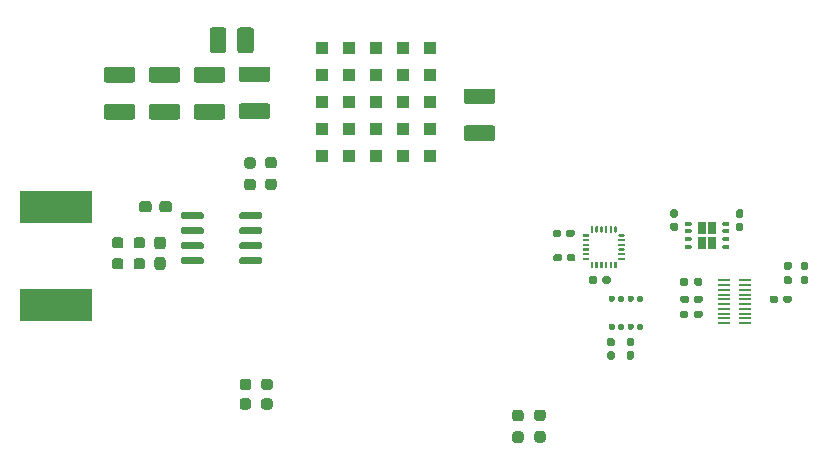
<source format=gtp>
G04 #@! TF.GenerationSoftware,KiCad,Pcbnew,(5.1.8)-1*
G04 #@! TF.CreationDate,2021-06-15T20:05:41+00:00*
G04 #@! TF.ProjectId,RPHat_V2,52504861-745f-4563-922e-6b696361645f,rev?*
G04 #@! TF.SameCoordinates,Original*
G04 #@! TF.FileFunction,Paste,Top*
G04 #@! TF.FilePolarity,Positive*
%FSLAX46Y46*%
G04 Gerber Fmt 4.6, Leading zero omitted, Abs format (unit mm)*
G04 Created by KiCad (PCBNEW (5.1.8)-1) date 2021-06-15 20:05:41*
%MOMM*%
%LPD*%
G01*
G04 APERTURE LIST*
%ADD10O,0.550000X0.300000*%
%ADD11R,0.200000X0.300000*%
%ADD12R,0.650000X1.000000*%
%ADD13R,1.060000X1.060000*%
%ADD14R,1.000000X0.200000*%
%ADD15R,1.100000X0.200000*%
%ADD16R,6.200000X2.700000*%
G04 APERTURE END LIST*
D10*
X153690000Y-105645000D03*
X153690000Y-106295000D03*
D11*
X153890000Y-106945000D03*
X153890000Y-107595000D03*
X150390000Y-107595000D03*
D10*
X150590000Y-106945000D03*
D11*
X150390000Y-106295000D03*
X150390000Y-105645000D03*
D12*
X152590000Y-107245000D03*
X151690000Y-107245000D03*
X152590000Y-105995000D03*
X151690000Y-105995000D03*
D11*
X153890000Y-105645000D03*
X153890000Y-106295000D03*
D10*
X153690000Y-106945000D03*
X153690000Y-107595000D03*
X150590000Y-107595000D03*
D11*
X150390000Y-106945000D03*
D10*
X150590000Y-106295000D03*
X150590000Y-105645000D03*
G36*
G01*
X155075000Y-105150000D02*
X154765000Y-105150000D01*
G75*
G02*
X154610000Y-104995000I0J155000D01*
G01*
X154610000Y-104570000D01*
G75*
G02*
X154765000Y-104415000I155000J0D01*
G01*
X155075000Y-104415000D01*
G75*
G02*
X155230000Y-104570000I0J-155000D01*
G01*
X155230000Y-104995000D01*
G75*
G02*
X155075000Y-105150000I-155000J0D01*
G01*
G37*
G36*
G01*
X155075000Y-106285000D02*
X154765000Y-106285000D01*
G75*
G02*
X154610000Y-106130000I0J155000D01*
G01*
X154610000Y-105705000D01*
G75*
G02*
X154765000Y-105550000I155000J0D01*
G01*
X155075000Y-105550000D01*
G75*
G02*
X155230000Y-105705000I0J-155000D01*
G01*
X155230000Y-106130000D01*
G75*
G02*
X155075000Y-106285000I-155000J0D01*
G01*
G37*
G36*
G01*
X149525000Y-105150000D02*
X149215000Y-105150000D01*
G75*
G02*
X149060000Y-104995000I0J155000D01*
G01*
X149060000Y-104570000D01*
G75*
G02*
X149215000Y-104415000I155000J0D01*
G01*
X149525000Y-104415000D01*
G75*
G02*
X149680000Y-104570000I0J-155000D01*
G01*
X149680000Y-104995000D01*
G75*
G02*
X149525000Y-105150000I-155000J0D01*
G01*
G37*
G36*
G01*
X149525000Y-106285000D02*
X149215000Y-106285000D01*
G75*
G02*
X149060000Y-106130000I0J155000D01*
G01*
X149060000Y-105705000D01*
G75*
G02*
X149215000Y-105550000I155000J0D01*
G01*
X149525000Y-105550000D01*
G75*
G02*
X149680000Y-105705000I0J-155000D01*
G01*
X149680000Y-106130000D01*
G75*
G02*
X149525000Y-106285000I-155000J0D01*
G01*
G37*
D13*
X128708000Y-99902000D03*
X126418000Y-99902000D03*
X124128000Y-99902000D03*
X121838000Y-99902000D03*
X119548000Y-99902000D03*
X128708000Y-97612000D03*
X126418000Y-97612000D03*
X124128000Y-97612000D03*
X121838000Y-97612000D03*
X119548000Y-97612000D03*
X128708000Y-95322000D03*
X126418000Y-95322000D03*
X124128000Y-95322000D03*
X121838000Y-95322000D03*
X119548000Y-95322000D03*
X128708000Y-93032000D03*
X126418000Y-93032000D03*
X124128000Y-93032000D03*
X121838000Y-93032000D03*
X119548000Y-93032000D03*
X128708000Y-90742000D03*
X126418000Y-90742000D03*
X124128000Y-90742000D03*
X121838000Y-90742000D03*
X119548000Y-90742000D03*
G36*
G01*
X143833000Y-114509000D02*
X143833000Y-114234000D01*
G75*
G02*
X143958000Y-114109000I125000J0D01*
G01*
X144208000Y-114109000D01*
G75*
G02*
X144333000Y-114234000I0J-125000D01*
G01*
X144333000Y-114509000D01*
G75*
G02*
X144208000Y-114634000I-125000J0D01*
G01*
X143958000Y-114634000D01*
G75*
G02*
X143833000Y-114509000I0J125000D01*
G01*
G37*
G36*
G01*
X144633000Y-114509000D02*
X144633000Y-114234000D01*
G75*
G02*
X144758000Y-114109000I125000J0D01*
G01*
X145008000Y-114109000D01*
G75*
G02*
X145133000Y-114234000I0J-125000D01*
G01*
X145133000Y-114509000D01*
G75*
G02*
X145008000Y-114634000I-125000J0D01*
G01*
X144758000Y-114634000D01*
G75*
G02*
X144633000Y-114509000I0J125000D01*
G01*
G37*
G36*
G01*
X145433000Y-114509000D02*
X145433000Y-114234000D01*
G75*
G02*
X145558000Y-114109000I125000J0D01*
G01*
X145808000Y-114109000D01*
G75*
G02*
X145933000Y-114234000I0J-125000D01*
G01*
X145933000Y-114509000D01*
G75*
G02*
X145808000Y-114634000I-125000J0D01*
G01*
X145558000Y-114634000D01*
G75*
G02*
X145433000Y-114509000I0J125000D01*
G01*
G37*
G36*
G01*
X146233000Y-114509000D02*
X146233000Y-114234000D01*
G75*
G02*
X146358000Y-114109000I125000J0D01*
G01*
X146608000Y-114109000D01*
G75*
G02*
X146733000Y-114234000I0J-125000D01*
G01*
X146733000Y-114509000D01*
G75*
G02*
X146608000Y-114634000I-125000J0D01*
G01*
X146358000Y-114634000D01*
G75*
G02*
X146233000Y-114509000I0J125000D01*
G01*
G37*
G36*
G01*
X146233000Y-112134000D02*
X146233000Y-111859000D01*
G75*
G02*
X146358000Y-111734000I125000J0D01*
G01*
X146608000Y-111734000D01*
G75*
G02*
X146733000Y-111859000I0J-125000D01*
G01*
X146733000Y-112134000D01*
G75*
G02*
X146608000Y-112259000I-125000J0D01*
G01*
X146358000Y-112259000D01*
G75*
G02*
X146233000Y-112134000I0J125000D01*
G01*
G37*
G36*
G01*
X145433000Y-112134000D02*
X145433000Y-111859000D01*
G75*
G02*
X145558000Y-111734000I125000J0D01*
G01*
X145808000Y-111734000D01*
G75*
G02*
X145933000Y-111859000I0J-125000D01*
G01*
X145933000Y-112134000D01*
G75*
G02*
X145808000Y-112259000I-125000J0D01*
G01*
X145558000Y-112259000D01*
G75*
G02*
X145433000Y-112134000I0J125000D01*
G01*
G37*
G36*
G01*
X144633000Y-112134000D02*
X144633000Y-111859000D01*
G75*
G02*
X144758000Y-111734000I125000J0D01*
G01*
X145008000Y-111734000D01*
G75*
G02*
X145133000Y-111859000I0J-125000D01*
G01*
X145133000Y-112134000D01*
G75*
G02*
X145008000Y-112259000I-125000J0D01*
G01*
X144758000Y-112259000D01*
G75*
G02*
X144633000Y-112134000I0J125000D01*
G01*
G37*
G36*
G01*
X143833000Y-112134000D02*
X143833000Y-111859000D01*
G75*
G02*
X143958000Y-111734000I125000J0D01*
G01*
X144208000Y-111734000D01*
G75*
G02*
X144333000Y-111859000I0J-125000D01*
G01*
X144333000Y-112134000D01*
G75*
G02*
X144208000Y-112259000I-125000J0D01*
G01*
X143958000Y-112259000D01*
G75*
G02*
X143833000Y-112134000I0J125000D01*
G01*
G37*
G36*
G01*
X160561000Y-109577500D02*
X160241000Y-109577500D01*
G75*
G02*
X160081000Y-109417500I0J160000D01*
G01*
X160081000Y-109022500D01*
G75*
G02*
X160241000Y-108862500I160000J0D01*
G01*
X160561000Y-108862500D01*
G75*
G02*
X160721000Y-109022500I0J-160000D01*
G01*
X160721000Y-109417500D01*
G75*
G02*
X160561000Y-109577500I-160000J0D01*
G01*
G37*
G36*
G01*
X160561000Y-110772500D02*
X160241000Y-110772500D01*
G75*
G02*
X160081000Y-110612500I0J160000D01*
G01*
X160081000Y-110217500D01*
G75*
G02*
X160241000Y-110057500I160000J0D01*
G01*
X160561000Y-110057500D01*
G75*
G02*
X160721000Y-110217500I0J-160000D01*
G01*
X160721000Y-110612500D01*
G75*
G02*
X160561000Y-110772500I-160000J0D01*
G01*
G37*
G36*
G01*
X159164000Y-109577500D02*
X158844000Y-109577500D01*
G75*
G02*
X158684000Y-109417500I0J160000D01*
G01*
X158684000Y-109022500D01*
G75*
G02*
X158844000Y-108862500I160000J0D01*
G01*
X159164000Y-108862500D01*
G75*
G02*
X159324000Y-109022500I0J-160000D01*
G01*
X159324000Y-109417500D01*
G75*
G02*
X159164000Y-109577500I-160000J0D01*
G01*
G37*
G36*
G01*
X159164000Y-110772500D02*
X158844000Y-110772500D01*
G75*
G02*
X158684000Y-110612500I0J160000D01*
G01*
X158684000Y-110217500D01*
G75*
G02*
X158844000Y-110057500I160000J0D01*
G01*
X159164000Y-110057500D01*
G75*
G02*
X159324000Y-110217500I0J-160000D01*
G01*
X159324000Y-110612500D01*
G75*
G02*
X159164000Y-110772500I-160000J0D01*
G01*
G37*
G36*
G01*
X158593500Y-112189000D02*
X158593500Y-111879000D01*
G75*
G02*
X158748500Y-111724000I155000J0D01*
G01*
X159173500Y-111724000D01*
G75*
G02*
X159328500Y-111879000I0J-155000D01*
G01*
X159328500Y-112189000D01*
G75*
G02*
X159173500Y-112344000I-155000J0D01*
G01*
X158748500Y-112344000D01*
G75*
G02*
X158593500Y-112189000I0J155000D01*
G01*
G37*
G36*
G01*
X157458500Y-112189000D02*
X157458500Y-111879000D01*
G75*
G02*
X157613500Y-111724000I155000J0D01*
G01*
X158038500Y-111724000D01*
G75*
G02*
X158193500Y-111879000I0J-155000D01*
G01*
X158193500Y-112189000D01*
G75*
G02*
X158038500Y-112344000I-155000J0D01*
G01*
X157613500Y-112344000D01*
G75*
G02*
X157458500Y-112189000I0J155000D01*
G01*
G37*
G36*
G01*
X150641000Y-111879000D02*
X150641000Y-112189000D01*
G75*
G02*
X150486000Y-112344000I-155000J0D01*
G01*
X150061000Y-112344000D01*
G75*
G02*
X149906000Y-112189000I0J155000D01*
G01*
X149906000Y-111879000D01*
G75*
G02*
X150061000Y-111724000I155000J0D01*
G01*
X150486000Y-111724000D01*
G75*
G02*
X150641000Y-111879000I0J-155000D01*
G01*
G37*
G36*
G01*
X151776000Y-111879000D02*
X151776000Y-112189000D01*
G75*
G02*
X151621000Y-112344000I-155000J0D01*
G01*
X151196000Y-112344000D01*
G75*
G02*
X151041000Y-112189000I0J155000D01*
G01*
X151041000Y-111879000D01*
G75*
G02*
X151196000Y-111724000I155000J0D01*
G01*
X151621000Y-111724000D01*
G75*
G02*
X151776000Y-111879000I0J-155000D01*
G01*
G37*
G36*
G01*
X151067500Y-113485000D02*
X151067500Y-113165000D01*
G75*
G02*
X151227500Y-113005000I160000J0D01*
G01*
X151622500Y-113005000D01*
G75*
G02*
X151782500Y-113165000I0J-160000D01*
G01*
X151782500Y-113485000D01*
G75*
G02*
X151622500Y-113645000I-160000J0D01*
G01*
X151227500Y-113645000D01*
G75*
G02*
X151067500Y-113485000I0J160000D01*
G01*
G37*
G36*
G01*
X149872500Y-113485000D02*
X149872500Y-113165000D01*
G75*
G02*
X150032500Y-113005000I160000J0D01*
G01*
X150427500Y-113005000D01*
G75*
G02*
X150587500Y-113165000I0J-160000D01*
G01*
X150587500Y-113485000D01*
G75*
G02*
X150427500Y-113645000I-160000J0D01*
G01*
X150032500Y-113645000D01*
G75*
G02*
X149872500Y-113485000I0J160000D01*
G01*
G37*
G36*
G01*
X151043500Y-110735000D02*
X151043500Y-110415000D01*
G75*
G02*
X151203500Y-110255000I160000J0D01*
G01*
X151598500Y-110255000D01*
G75*
G02*
X151758500Y-110415000I0J-160000D01*
G01*
X151758500Y-110735000D01*
G75*
G02*
X151598500Y-110895000I-160000J0D01*
G01*
X151203500Y-110895000D01*
G75*
G02*
X151043500Y-110735000I0J160000D01*
G01*
G37*
G36*
G01*
X149848500Y-110735000D02*
X149848500Y-110415000D01*
G75*
G02*
X150008500Y-110255000I160000J0D01*
G01*
X150403500Y-110255000D01*
G75*
G02*
X150563500Y-110415000I0J-160000D01*
G01*
X150563500Y-110735000D01*
G75*
G02*
X150403500Y-110895000I-160000J0D01*
G01*
X150008500Y-110895000D01*
G75*
G02*
X149848500Y-110735000I0J160000D01*
G01*
G37*
G36*
G01*
X143267000Y-110559000D02*
X143267000Y-110249000D01*
G75*
G02*
X143422000Y-110094000I155000J0D01*
G01*
X143847000Y-110094000D01*
G75*
G02*
X144002000Y-110249000I0J-155000D01*
G01*
X144002000Y-110559000D01*
G75*
G02*
X143847000Y-110714000I-155000J0D01*
G01*
X143422000Y-110714000D01*
G75*
G02*
X143267000Y-110559000I0J155000D01*
G01*
G37*
G36*
G01*
X142132000Y-110559000D02*
X142132000Y-110249000D01*
G75*
G02*
X142287000Y-110094000I155000J0D01*
G01*
X142712000Y-110094000D01*
G75*
G02*
X142867000Y-110249000I0J-155000D01*
G01*
X142867000Y-110559000D01*
G75*
G02*
X142712000Y-110714000I-155000J0D01*
G01*
X142287000Y-110714000D01*
G75*
G02*
X142132000Y-110559000I0J155000D01*
G01*
G37*
G36*
G01*
X139882500Y-108370000D02*
X139882500Y-108680000D01*
G75*
G02*
X139727500Y-108835000I-155000J0D01*
G01*
X139302500Y-108835000D01*
G75*
G02*
X139147500Y-108680000I0J155000D01*
G01*
X139147500Y-108370000D01*
G75*
G02*
X139302500Y-108215000I155000J0D01*
G01*
X139727500Y-108215000D01*
G75*
G02*
X139882500Y-108370000I0J-155000D01*
G01*
G37*
G36*
G01*
X141017500Y-108370000D02*
X141017500Y-108680000D01*
G75*
G02*
X140862500Y-108835000I-155000J0D01*
G01*
X140437500Y-108835000D01*
G75*
G02*
X140282500Y-108680000I0J155000D01*
G01*
X140282500Y-108370000D01*
G75*
G02*
X140437500Y-108215000I155000J0D01*
G01*
X140862500Y-108215000D01*
G75*
G02*
X141017500Y-108370000I0J-155000D01*
G01*
G37*
G36*
G01*
X139819000Y-106312000D02*
X139819000Y-106622000D01*
G75*
G02*
X139664000Y-106777000I-155000J0D01*
G01*
X139239000Y-106777000D01*
G75*
G02*
X139084000Y-106622000I0J155000D01*
G01*
X139084000Y-106312000D01*
G75*
G02*
X139239000Y-106157000I155000J0D01*
G01*
X139664000Y-106157000D01*
G75*
G02*
X139819000Y-106312000I0J-155000D01*
G01*
G37*
G36*
G01*
X140954000Y-106312000D02*
X140954000Y-106622000D01*
G75*
G02*
X140799000Y-106777000I-155000J0D01*
G01*
X140374000Y-106777000D01*
G75*
G02*
X140219000Y-106622000I0J155000D01*
G01*
X140219000Y-106312000D01*
G75*
G02*
X140374000Y-106157000I155000J0D01*
G01*
X140799000Y-106157000D01*
G75*
G02*
X140954000Y-106312000I0J-155000D01*
G01*
G37*
G36*
G01*
X145509000Y-116432000D02*
X145819000Y-116432000D01*
G75*
G02*
X145974000Y-116587000I0J-155000D01*
G01*
X145974000Y-117012000D01*
G75*
G02*
X145819000Y-117167000I-155000J0D01*
G01*
X145509000Y-117167000D01*
G75*
G02*
X145354000Y-117012000I0J155000D01*
G01*
X145354000Y-116587000D01*
G75*
G02*
X145509000Y-116432000I155000J0D01*
G01*
G37*
G36*
G01*
X145509000Y-115297000D02*
X145819000Y-115297000D01*
G75*
G02*
X145974000Y-115452000I0J-155000D01*
G01*
X145974000Y-115877000D01*
G75*
G02*
X145819000Y-116032000I-155000J0D01*
G01*
X145509000Y-116032000D01*
G75*
G02*
X145354000Y-115877000I0J155000D01*
G01*
X145354000Y-115452000D01*
G75*
G02*
X145509000Y-115297000I155000J0D01*
G01*
G37*
G36*
G01*
X143858000Y-116432000D02*
X144168000Y-116432000D01*
G75*
G02*
X144323000Y-116587000I0J-155000D01*
G01*
X144323000Y-117012000D01*
G75*
G02*
X144168000Y-117167000I-155000J0D01*
G01*
X143858000Y-117167000D01*
G75*
G02*
X143703000Y-117012000I0J155000D01*
G01*
X143703000Y-116587000D01*
G75*
G02*
X143858000Y-116432000I155000J0D01*
G01*
G37*
G36*
G01*
X143858000Y-115297000D02*
X144168000Y-115297000D01*
G75*
G02*
X144323000Y-115452000I0J-155000D01*
G01*
X144323000Y-115877000D01*
G75*
G02*
X144168000Y-116032000I-155000J0D01*
G01*
X143858000Y-116032000D01*
G75*
G02*
X143703000Y-115877000I0J155000D01*
G01*
X143703000Y-115452000D01*
G75*
G02*
X143858000Y-115297000I155000J0D01*
G01*
G37*
G36*
G01*
X131790999Y-97326500D02*
X133991001Y-97326500D01*
G75*
G02*
X134241000Y-97576499I0J-249999D01*
G01*
X134241000Y-98401501D01*
G75*
G02*
X133991001Y-98651500I-249999J0D01*
G01*
X131790999Y-98651500D01*
G75*
G02*
X131541000Y-98401501I0J249999D01*
G01*
X131541000Y-97576499D01*
G75*
G02*
X131790999Y-97326500I249999J0D01*
G01*
G37*
G36*
G01*
X131790999Y-94201500D02*
X133991001Y-94201500D01*
G75*
G02*
X134241000Y-94451499I0J-249999D01*
G01*
X134241000Y-95276501D01*
G75*
G02*
X133991001Y-95526500I-249999J0D01*
G01*
X131790999Y-95526500D01*
G75*
G02*
X131541000Y-95276501I0J249999D01*
G01*
X131541000Y-94451499D01*
G75*
G02*
X131790999Y-94201500I249999J0D01*
G01*
G37*
D14*
X153613000Y-114053000D03*
X153613000Y-113653000D03*
X153613000Y-113253000D03*
X153613000Y-112853000D03*
X153613000Y-112453000D03*
X153613000Y-112053000D03*
X153613000Y-111653000D03*
X153613000Y-111253000D03*
X153613000Y-110853000D03*
X153613000Y-110453000D03*
X155413000Y-110453000D03*
X155413000Y-110853000D03*
X155413000Y-111253000D03*
X155413000Y-111653000D03*
X155413000Y-112053000D03*
X155413000Y-112453000D03*
X155413000Y-112853000D03*
X155413000Y-113253000D03*
X155413000Y-113653000D03*
D15*
X155363000Y-114053000D03*
G36*
G01*
X144638000Y-106684000D02*
X144638000Y-106584000D01*
G75*
G02*
X144688000Y-106534000I50000J0D01*
G01*
X145138000Y-106534000D01*
G75*
G02*
X145188000Y-106584000I0J-50000D01*
G01*
X145188000Y-106684000D01*
G75*
G02*
X145138000Y-106734000I-50000J0D01*
G01*
X144688000Y-106734000D01*
G75*
G02*
X144638000Y-106684000I0J50000D01*
G01*
G37*
G36*
G01*
X144638000Y-107084000D02*
X144638000Y-106984000D01*
G75*
G02*
X144688000Y-106934000I50000J0D01*
G01*
X145138000Y-106934000D01*
G75*
G02*
X145188000Y-106984000I0J-50000D01*
G01*
X145188000Y-107084000D01*
G75*
G02*
X145138000Y-107134000I-50000J0D01*
G01*
X144688000Y-107134000D01*
G75*
G02*
X144638000Y-107084000I0J50000D01*
G01*
G37*
G36*
G01*
X144638000Y-107484000D02*
X144638000Y-107384000D01*
G75*
G02*
X144688000Y-107334000I50000J0D01*
G01*
X145138000Y-107334000D01*
G75*
G02*
X145188000Y-107384000I0J-50000D01*
G01*
X145188000Y-107484000D01*
G75*
G02*
X145138000Y-107534000I-50000J0D01*
G01*
X144688000Y-107534000D01*
G75*
G02*
X144638000Y-107484000I0J50000D01*
G01*
G37*
G36*
G01*
X144638000Y-107884000D02*
X144638000Y-107784000D01*
G75*
G02*
X144688000Y-107734000I50000J0D01*
G01*
X145138000Y-107734000D01*
G75*
G02*
X145188000Y-107784000I0J-50000D01*
G01*
X145188000Y-107884000D01*
G75*
G02*
X145138000Y-107934000I-50000J0D01*
G01*
X144688000Y-107934000D01*
G75*
G02*
X144638000Y-107884000I0J50000D01*
G01*
G37*
G36*
G01*
X144638000Y-108284000D02*
X144638000Y-108184000D01*
G75*
G02*
X144688000Y-108134000I50000J0D01*
G01*
X145138000Y-108134000D01*
G75*
G02*
X145188000Y-108184000I0J-50000D01*
G01*
X145188000Y-108284000D01*
G75*
G02*
X145138000Y-108334000I-50000J0D01*
G01*
X144688000Y-108334000D01*
G75*
G02*
X144638000Y-108284000I0J50000D01*
G01*
G37*
G36*
G01*
X144638000Y-108684000D02*
X144638000Y-108584000D01*
G75*
G02*
X144688000Y-108534000I50000J0D01*
G01*
X145138000Y-108534000D01*
G75*
G02*
X145188000Y-108584000I0J-50000D01*
G01*
X145188000Y-108684000D01*
G75*
G02*
X145138000Y-108734000I-50000J0D01*
G01*
X144688000Y-108734000D01*
G75*
G02*
X144638000Y-108684000I0J50000D01*
G01*
G37*
G36*
G01*
X144363000Y-108859000D02*
X144463000Y-108859000D01*
G75*
G02*
X144513000Y-108909000I0J-50000D01*
G01*
X144513000Y-109359000D01*
G75*
G02*
X144463000Y-109409000I-50000J0D01*
G01*
X144363000Y-109409000D01*
G75*
G02*
X144313000Y-109359000I0J50000D01*
G01*
X144313000Y-108909000D01*
G75*
G02*
X144363000Y-108859000I50000J0D01*
G01*
G37*
G36*
G01*
X143963000Y-108859000D02*
X144063000Y-108859000D01*
G75*
G02*
X144113000Y-108909000I0J-50000D01*
G01*
X144113000Y-109359000D01*
G75*
G02*
X144063000Y-109409000I-50000J0D01*
G01*
X143963000Y-109409000D01*
G75*
G02*
X143913000Y-109359000I0J50000D01*
G01*
X143913000Y-108909000D01*
G75*
G02*
X143963000Y-108859000I50000J0D01*
G01*
G37*
G36*
G01*
X143563000Y-108859000D02*
X143663000Y-108859000D01*
G75*
G02*
X143713000Y-108909000I0J-50000D01*
G01*
X143713000Y-109359000D01*
G75*
G02*
X143663000Y-109409000I-50000J0D01*
G01*
X143563000Y-109409000D01*
G75*
G02*
X143513000Y-109359000I0J50000D01*
G01*
X143513000Y-108909000D01*
G75*
G02*
X143563000Y-108859000I50000J0D01*
G01*
G37*
G36*
G01*
X143163000Y-108859000D02*
X143263000Y-108859000D01*
G75*
G02*
X143313000Y-108909000I0J-50000D01*
G01*
X143313000Y-109359000D01*
G75*
G02*
X143263000Y-109409000I-50000J0D01*
G01*
X143163000Y-109409000D01*
G75*
G02*
X143113000Y-109359000I0J50000D01*
G01*
X143113000Y-108909000D01*
G75*
G02*
X143163000Y-108859000I50000J0D01*
G01*
G37*
G36*
G01*
X142763000Y-108859000D02*
X142863000Y-108859000D01*
G75*
G02*
X142913000Y-108909000I0J-50000D01*
G01*
X142913000Y-109359000D01*
G75*
G02*
X142863000Y-109409000I-50000J0D01*
G01*
X142763000Y-109409000D01*
G75*
G02*
X142713000Y-109359000I0J50000D01*
G01*
X142713000Y-108909000D01*
G75*
G02*
X142763000Y-108859000I50000J0D01*
G01*
G37*
G36*
G01*
X142363000Y-108859000D02*
X142463000Y-108859000D01*
G75*
G02*
X142513000Y-108909000I0J-50000D01*
G01*
X142513000Y-109359000D01*
G75*
G02*
X142463000Y-109409000I-50000J0D01*
G01*
X142363000Y-109409000D01*
G75*
G02*
X142313000Y-109359000I0J50000D01*
G01*
X142313000Y-108909000D01*
G75*
G02*
X142363000Y-108859000I50000J0D01*
G01*
G37*
G36*
G01*
X141638000Y-108684000D02*
X141638000Y-108584000D01*
G75*
G02*
X141688000Y-108534000I50000J0D01*
G01*
X142138000Y-108534000D01*
G75*
G02*
X142188000Y-108584000I0J-50000D01*
G01*
X142188000Y-108684000D01*
G75*
G02*
X142138000Y-108734000I-50000J0D01*
G01*
X141688000Y-108734000D01*
G75*
G02*
X141638000Y-108684000I0J50000D01*
G01*
G37*
G36*
G01*
X141638000Y-108284000D02*
X141638000Y-108184000D01*
G75*
G02*
X141688000Y-108134000I50000J0D01*
G01*
X142138000Y-108134000D01*
G75*
G02*
X142188000Y-108184000I0J-50000D01*
G01*
X142188000Y-108284000D01*
G75*
G02*
X142138000Y-108334000I-50000J0D01*
G01*
X141688000Y-108334000D01*
G75*
G02*
X141638000Y-108284000I0J50000D01*
G01*
G37*
G36*
G01*
X141638000Y-107884000D02*
X141638000Y-107784000D01*
G75*
G02*
X141688000Y-107734000I50000J0D01*
G01*
X142138000Y-107734000D01*
G75*
G02*
X142188000Y-107784000I0J-50000D01*
G01*
X142188000Y-107884000D01*
G75*
G02*
X142138000Y-107934000I-50000J0D01*
G01*
X141688000Y-107934000D01*
G75*
G02*
X141638000Y-107884000I0J50000D01*
G01*
G37*
G36*
G01*
X141638000Y-107484000D02*
X141638000Y-107384000D01*
G75*
G02*
X141688000Y-107334000I50000J0D01*
G01*
X142138000Y-107334000D01*
G75*
G02*
X142188000Y-107384000I0J-50000D01*
G01*
X142188000Y-107484000D01*
G75*
G02*
X142138000Y-107534000I-50000J0D01*
G01*
X141688000Y-107534000D01*
G75*
G02*
X141638000Y-107484000I0J50000D01*
G01*
G37*
G36*
G01*
X141638000Y-107084000D02*
X141638000Y-106984000D01*
G75*
G02*
X141688000Y-106934000I50000J0D01*
G01*
X142138000Y-106934000D01*
G75*
G02*
X142188000Y-106984000I0J-50000D01*
G01*
X142188000Y-107084000D01*
G75*
G02*
X142138000Y-107134000I-50000J0D01*
G01*
X141688000Y-107134000D01*
G75*
G02*
X141638000Y-107084000I0J50000D01*
G01*
G37*
G36*
G01*
X141638000Y-106684000D02*
X141638000Y-106584000D01*
G75*
G02*
X141688000Y-106534000I50000J0D01*
G01*
X142138000Y-106534000D01*
G75*
G02*
X142188000Y-106584000I0J-50000D01*
G01*
X142188000Y-106684000D01*
G75*
G02*
X142138000Y-106734000I-50000J0D01*
G01*
X141688000Y-106734000D01*
G75*
G02*
X141638000Y-106684000I0J50000D01*
G01*
G37*
G36*
G01*
X142363000Y-105859000D02*
X142463000Y-105859000D01*
G75*
G02*
X142513000Y-105909000I0J-50000D01*
G01*
X142513000Y-106359000D01*
G75*
G02*
X142463000Y-106409000I-50000J0D01*
G01*
X142363000Y-106409000D01*
G75*
G02*
X142313000Y-106359000I0J50000D01*
G01*
X142313000Y-105909000D01*
G75*
G02*
X142363000Y-105859000I50000J0D01*
G01*
G37*
G36*
G01*
X142763000Y-105859000D02*
X142863000Y-105859000D01*
G75*
G02*
X142913000Y-105909000I0J-50000D01*
G01*
X142913000Y-106359000D01*
G75*
G02*
X142863000Y-106409000I-50000J0D01*
G01*
X142763000Y-106409000D01*
G75*
G02*
X142713000Y-106359000I0J50000D01*
G01*
X142713000Y-105909000D01*
G75*
G02*
X142763000Y-105859000I50000J0D01*
G01*
G37*
G36*
G01*
X143163000Y-105859000D02*
X143263000Y-105859000D01*
G75*
G02*
X143313000Y-105909000I0J-50000D01*
G01*
X143313000Y-106359000D01*
G75*
G02*
X143263000Y-106409000I-50000J0D01*
G01*
X143163000Y-106409000D01*
G75*
G02*
X143113000Y-106359000I0J50000D01*
G01*
X143113000Y-105909000D01*
G75*
G02*
X143163000Y-105859000I50000J0D01*
G01*
G37*
G36*
G01*
X143563000Y-105859000D02*
X143663000Y-105859000D01*
G75*
G02*
X143713000Y-105909000I0J-50000D01*
G01*
X143713000Y-106359000D01*
G75*
G02*
X143663000Y-106409000I-50000J0D01*
G01*
X143563000Y-106409000D01*
G75*
G02*
X143513000Y-106359000I0J50000D01*
G01*
X143513000Y-105909000D01*
G75*
G02*
X143563000Y-105859000I50000J0D01*
G01*
G37*
G36*
G01*
X143963000Y-105859000D02*
X144063000Y-105859000D01*
G75*
G02*
X144113000Y-105909000I0J-50000D01*
G01*
X144113000Y-106359000D01*
G75*
G02*
X144063000Y-106409000I-50000J0D01*
G01*
X143963000Y-106409000D01*
G75*
G02*
X143913000Y-106359000I0J50000D01*
G01*
X143913000Y-105909000D01*
G75*
G02*
X143963000Y-105859000I50000J0D01*
G01*
G37*
G36*
G01*
X144363000Y-105859000D02*
X144463000Y-105859000D01*
G75*
G02*
X144513000Y-105909000I0J-50000D01*
G01*
X144513000Y-106359000D01*
G75*
G02*
X144463000Y-106409000I-50000J0D01*
G01*
X144363000Y-106409000D01*
G75*
G02*
X144313000Y-106359000I0J50000D01*
G01*
X144313000Y-105909000D01*
G75*
G02*
X144363000Y-105859000I50000J0D01*
G01*
G37*
G36*
G01*
X109547000Y-108634000D02*
X109547000Y-108934000D01*
G75*
G02*
X109397000Y-109084000I-150000J0D01*
G01*
X107747000Y-109084000D01*
G75*
G02*
X107597000Y-108934000I0J150000D01*
G01*
X107597000Y-108634000D01*
G75*
G02*
X107747000Y-108484000I150000J0D01*
G01*
X109397000Y-108484000D01*
G75*
G02*
X109547000Y-108634000I0J-150000D01*
G01*
G37*
G36*
G01*
X109547000Y-107364000D02*
X109547000Y-107664000D01*
G75*
G02*
X109397000Y-107814000I-150000J0D01*
G01*
X107747000Y-107814000D01*
G75*
G02*
X107597000Y-107664000I0J150000D01*
G01*
X107597000Y-107364000D01*
G75*
G02*
X107747000Y-107214000I150000J0D01*
G01*
X109397000Y-107214000D01*
G75*
G02*
X109547000Y-107364000I0J-150000D01*
G01*
G37*
G36*
G01*
X109547000Y-106094000D02*
X109547000Y-106394000D01*
G75*
G02*
X109397000Y-106544000I-150000J0D01*
G01*
X107747000Y-106544000D01*
G75*
G02*
X107597000Y-106394000I0J150000D01*
G01*
X107597000Y-106094000D01*
G75*
G02*
X107747000Y-105944000I150000J0D01*
G01*
X109397000Y-105944000D01*
G75*
G02*
X109547000Y-106094000I0J-150000D01*
G01*
G37*
G36*
G01*
X109547000Y-104824000D02*
X109547000Y-105124000D01*
G75*
G02*
X109397000Y-105274000I-150000J0D01*
G01*
X107747000Y-105274000D01*
G75*
G02*
X107597000Y-105124000I0J150000D01*
G01*
X107597000Y-104824000D01*
G75*
G02*
X107747000Y-104674000I150000J0D01*
G01*
X109397000Y-104674000D01*
G75*
G02*
X109547000Y-104824000I0J-150000D01*
G01*
G37*
G36*
G01*
X114497000Y-104824000D02*
X114497000Y-105124000D01*
G75*
G02*
X114347000Y-105274000I-150000J0D01*
G01*
X112697000Y-105274000D01*
G75*
G02*
X112547000Y-105124000I0J150000D01*
G01*
X112547000Y-104824000D01*
G75*
G02*
X112697000Y-104674000I150000J0D01*
G01*
X114347000Y-104674000D01*
G75*
G02*
X114497000Y-104824000I0J-150000D01*
G01*
G37*
G36*
G01*
X114497000Y-106094000D02*
X114497000Y-106394000D01*
G75*
G02*
X114347000Y-106544000I-150000J0D01*
G01*
X112697000Y-106544000D01*
G75*
G02*
X112547000Y-106394000I0J150000D01*
G01*
X112547000Y-106094000D01*
G75*
G02*
X112697000Y-105944000I150000J0D01*
G01*
X114347000Y-105944000D01*
G75*
G02*
X114497000Y-106094000I0J-150000D01*
G01*
G37*
G36*
G01*
X114497000Y-107364000D02*
X114497000Y-107664000D01*
G75*
G02*
X114347000Y-107814000I-150000J0D01*
G01*
X112697000Y-107814000D01*
G75*
G02*
X112547000Y-107664000I0J150000D01*
G01*
X112547000Y-107364000D01*
G75*
G02*
X112697000Y-107214000I150000J0D01*
G01*
X114347000Y-107214000D01*
G75*
G02*
X114497000Y-107364000I0J-150000D01*
G01*
G37*
G36*
G01*
X114497000Y-108634000D02*
X114497000Y-108934000D01*
G75*
G02*
X114347000Y-109084000I-150000J0D01*
G01*
X112697000Y-109084000D01*
G75*
G02*
X112547000Y-108934000I0J150000D01*
G01*
X112547000Y-108634000D01*
G75*
G02*
X112697000Y-108484000I150000J0D01*
G01*
X114347000Y-108484000D01*
G75*
G02*
X114497000Y-108634000I0J-150000D01*
G01*
G37*
G36*
G01*
X114406500Y-121142500D02*
X114406500Y-120667500D01*
G75*
G02*
X114644000Y-120430000I237500J0D01*
G01*
X115144000Y-120430000D01*
G75*
G02*
X115381500Y-120667500I0J-237500D01*
G01*
X115381500Y-121142500D01*
G75*
G02*
X115144000Y-121380000I-237500J0D01*
G01*
X114644000Y-121380000D01*
G75*
G02*
X114406500Y-121142500I0J237500D01*
G01*
G37*
G36*
G01*
X112581500Y-121142500D02*
X112581500Y-120667500D01*
G75*
G02*
X112819000Y-120430000I237500J0D01*
G01*
X113319000Y-120430000D01*
G75*
G02*
X113556500Y-120667500I0J-237500D01*
G01*
X113556500Y-121142500D01*
G75*
G02*
X113319000Y-121380000I-237500J0D01*
G01*
X112819000Y-121380000D01*
G75*
G02*
X112581500Y-121142500I0J237500D01*
G01*
G37*
G36*
G01*
X103598000Y-107497500D02*
X103598000Y-107022500D01*
G75*
G02*
X103835500Y-106785000I237500J0D01*
G01*
X104335500Y-106785000D01*
G75*
G02*
X104573000Y-107022500I0J-237500D01*
G01*
X104573000Y-107497500D01*
G75*
G02*
X104335500Y-107735000I-237500J0D01*
G01*
X103835500Y-107735000D01*
G75*
G02*
X103598000Y-107497500I0J237500D01*
G01*
G37*
G36*
G01*
X101773000Y-107497500D02*
X101773000Y-107022500D01*
G75*
G02*
X102010500Y-106785000I237500J0D01*
G01*
X102510500Y-106785000D01*
G75*
G02*
X102748000Y-107022500I0J-237500D01*
G01*
X102748000Y-107497500D01*
G75*
G02*
X102510500Y-107735000I-237500J0D01*
G01*
X102010500Y-107735000D01*
G75*
G02*
X101773000Y-107497500I0J237500D01*
G01*
G37*
G36*
G01*
X103598000Y-109275500D02*
X103598000Y-108800500D01*
G75*
G02*
X103835500Y-108563000I237500J0D01*
G01*
X104335500Y-108563000D01*
G75*
G02*
X104573000Y-108800500I0J-237500D01*
G01*
X104573000Y-109275500D01*
G75*
G02*
X104335500Y-109513000I-237500J0D01*
G01*
X103835500Y-109513000D01*
G75*
G02*
X103598000Y-109275500I0J237500D01*
G01*
G37*
G36*
G01*
X101773000Y-109275500D02*
X101773000Y-108800500D01*
G75*
G02*
X102010500Y-108563000I237500J0D01*
G01*
X102510500Y-108563000D01*
G75*
G02*
X102748000Y-108800500I0J-237500D01*
G01*
X102748000Y-109275500D01*
G75*
G02*
X102510500Y-109513000I-237500J0D01*
G01*
X102010500Y-109513000D01*
G75*
G02*
X101773000Y-109275500I0J237500D01*
G01*
G37*
D16*
X97077000Y-112512000D03*
X97077000Y-104212000D03*
G36*
G01*
X136381500Y-122375000D02*
X135906500Y-122375000D01*
G75*
G02*
X135669000Y-122137500I0J237500D01*
G01*
X135669000Y-121637500D01*
G75*
G02*
X135906500Y-121400000I237500J0D01*
G01*
X136381500Y-121400000D01*
G75*
G02*
X136619000Y-121637500I0J-237500D01*
G01*
X136619000Y-122137500D01*
G75*
G02*
X136381500Y-122375000I-237500J0D01*
G01*
G37*
G36*
G01*
X136381500Y-124200000D02*
X135906500Y-124200000D01*
G75*
G02*
X135669000Y-123962500I0J237500D01*
G01*
X135669000Y-123462500D01*
G75*
G02*
X135906500Y-123225000I237500J0D01*
G01*
X136381500Y-123225000D01*
G75*
G02*
X136619000Y-123462500I0J-237500D01*
G01*
X136619000Y-123962500D01*
G75*
G02*
X136381500Y-124200000I-237500J0D01*
G01*
G37*
G36*
G01*
X115000500Y-101819500D02*
X115475500Y-101819500D01*
G75*
G02*
X115713000Y-102057000I0J-237500D01*
G01*
X115713000Y-102557000D01*
G75*
G02*
X115475500Y-102794500I-237500J0D01*
G01*
X115000500Y-102794500D01*
G75*
G02*
X114763000Y-102557000I0J237500D01*
G01*
X114763000Y-102057000D01*
G75*
G02*
X115000500Y-101819500I237500J0D01*
G01*
G37*
G36*
G01*
X115000500Y-99994500D02*
X115475500Y-99994500D01*
G75*
G02*
X115713000Y-100232000I0J-237500D01*
G01*
X115713000Y-100732000D01*
G75*
G02*
X115475500Y-100969500I-237500J0D01*
G01*
X115000500Y-100969500D01*
G75*
G02*
X114763000Y-100732000I0J237500D01*
G01*
X114763000Y-100232000D01*
G75*
G02*
X115000500Y-99994500I237500J0D01*
G01*
G37*
G36*
G01*
X138245500Y-122360000D02*
X137770500Y-122360000D01*
G75*
G02*
X137533000Y-122122500I0J237500D01*
G01*
X137533000Y-121622500D01*
G75*
G02*
X137770500Y-121385000I237500J0D01*
G01*
X138245500Y-121385000D01*
G75*
G02*
X138483000Y-121622500I0J-237500D01*
G01*
X138483000Y-122122500D01*
G75*
G02*
X138245500Y-122360000I-237500J0D01*
G01*
G37*
G36*
G01*
X138245500Y-124185000D02*
X137770500Y-124185000D01*
G75*
G02*
X137533000Y-123947500I0J237500D01*
G01*
X137533000Y-123447500D01*
G75*
G02*
X137770500Y-123210000I237500J0D01*
G01*
X138245500Y-123210000D01*
G75*
G02*
X138483000Y-123447500I0J-237500D01*
G01*
X138483000Y-123947500D01*
G75*
G02*
X138245500Y-124185000I-237500J0D01*
G01*
G37*
G36*
G01*
X112366500Y-90965000D02*
X112366500Y-89265000D01*
G75*
G02*
X112616500Y-89015000I250000J0D01*
G01*
X113541500Y-89015000D01*
G75*
G02*
X113791500Y-89265000I0J-250000D01*
G01*
X113791500Y-90965000D01*
G75*
G02*
X113541500Y-91215000I-250000J0D01*
G01*
X112616500Y-91215000D01*
G75*
G02*
X112366500Y-90965000I0J250000D01*
G01*
G37*
G36*
G01*
X110041500Y-90965000D02*
X110041500Y-89265000D01*
G75*
G02*
X110291500Y-89015000I250000J0D01*
G01*
X111216500Y-89015000D01*
G75*
G02*
X111466500Y-89265000I0J-250000D01*
G01*
X111466500Y-90965000D01*
G75*
G02*
X111216500Y-91215000I-250000J0D01*
G01*
X110291500Y-91215000D01*
G75*
G02*
X110041500Y-90965000I0J250000D01*
G01*
G37*
G36*
G01*
X114406500Y-119491500D02*
X114406500Y-119016500D01*
G75*
G02*
X114644000Y-118779000I237500J0D01*
G01*
X115144000Y-118779000D01*
G75*
G02*
X115381500Y-119016500I0J-237500D01*
G01*
X115381500Y-119491500D01*
G75*
G02*
X115144000Y-119729000I-237500J0D01*
G01*
X114644000Y-119729000D01*
G75*
G02*
X114406500Y-119491500I0J237500D01*
G01*
G37*
G36*
G01*
X112581500Y-119491500D02*
X112581500Y-119016500D01*
G75*
G02*
X112819000Y-118779000I237500J0D01*
G01*
X113319000Y-118779000D01*
G75*
G02*
X113556500Y-119016500I0J-237500D01*
G01*
X113556500Y-119491500D01*
G75*
G02*
X113319000Y-119729000I-237500J0D01*
G01*
X112819000Y-119729000D01*
G75*
G02*
X112581500Y-119491500I0J237500D01*
G01*
G37*
G36*
G01*
X113222500Y-101843000D02*
X113697500Y-101843000D01*
G75*
G02*
X113935000Y-102080500I0J-237500D01*
G01*
X113935000Y-102580500D01*
G75*
G02*
X113697500Y-102818000I-237500J0D01*
G01*
X113222500Y-102818000D01*
G75*
G02*
X112985000Y-102580500I0J237500D01*
G01*
X112985000Y-102080500D01*
G75*
G02*
X113222500Y-101843000I237500J0D01*
G01*
G37*
G36*
G01*
X113222500Y-100018000D02*
X113697500Y-100018000D01*
G75*
G02*
X113935000Y-100255500I0J-237500D01*
G01*
X113935000Y-100755500D01*
G75*
G02*
X113697500Y-100993000I-237500J0D01*
G01*
X113222500Y-100993000D01*
G75*
G02*
X112985000Y-100755500I0J237500D01*
G01*
X112985000Y-100255500D01*
G75*
G02*
X113222500Y-100018000I237500J0D01*
G01*
G37*
G36*
G01*
X105134000Y-103974500D02*
X105134000Y-104449500D01*
G75*
G02*
X104896500Y-104687000I-237500J0D01*
G01*
X104296500Y-104687000D01*
G75*
G02*
X104059000Y-104449500I0J237500D01*
G01*
X104059000Y-103974500D01*
G75*
G02*
X104296500Y-103737000I237500J0D01*
G01*
X104896500Y-103737000D01*
G75*
G02*
X105134000Y-103974500I0J-237500D01*
G01*
G37*
G36*
G01*
X106859000Y-103974500D02*
X106859000Y-104449500D01*
G75*
G02*
X106621500Y-104687000I-237500J0D01*
G01*
X106021500Y-104687000D01*
G75*
G02*
X105784000Y-104449500I0J237500D01*
G01*
X105784000Y-103974500D01*
G75*
G02*
X106021500Y-103737000I237500J0D01*
G01*
X106621500Y-103737000D01*
G75*
G02*
X106859000Y-103974500I0J-237500D01*
G01*
G37*
G36*
G01*
X106077500Y-107824000D02*
X105602500Y-107824000D01*
G75*
G02*
X105365000Y-107586500I0J237500D01*
G01*
X105365000Y-106986500D01*
G75*
G02*
X105602500Y-106749000I237500J0D01*
G01*
X106077500Y-106749000D01*
G75*
G02*
X106315000Y-106986500I0J-237500D01*
G01*
X106315000Y-107586500D01*
G75*
G02*
X106077500Y-107824000I-237500J0D01*
G01*
G37*
G36*
G01*
X106077500Y-109549000D02*
X105602500Y-109549000D01*
G75*
G02*
X105365000Y-109311500I0J237500D01*
G01*
X105365000Y-108711500D01*
G75*
G02*
X105602500Y-108474000I237500J0D01*
G01*
X106077500Y-108474000D01*
G75*
G02*
X106315000Y-108711500I0J-237500D01*
G01*
X106315000Y-109311500D01*
G75*
G02*
X106077500Y-109549000I-237500J0D01*
G01*
G37*
G36*
G01*
X112740999Y-95460000D02*
X114941001Y-95460000D01*
G75*
G02*
X115191000Y-95709999I0J-249999D01*
G01*
X115191000Y-96535001D01*
G75*
G02*
X114941001Y-96785000I-249999J0D01*
G01*
X112740999Y-96785000D01*
G75*
G02*
X112491000Y-96535001I0J249999D01*
G01*
X112491000Y-95709999D01*
G75*
G02*
X112740999Y-95460000I249999J0D01*
G01*
G37*
G36*
G01*
X112740999Y-92335000D02*
X114941001Y-92335000D01*
G75*
G02*
X115191000Y-92584999I0J-249999D01*
G01*
X115191000Y-93410001D01*
G75*
G02*
X114941001Y-93660000I-249999J0D01*
G01*
X112740999Y-93660000D01*
G75*
G02*
X112491000Y-93410001I0J249999D01*
G01*
X112491000Y-92584999D01*
G75*
G02*
X112740999Y-92335000I249999J0D01*
G01*
G37*
G36*
G01*
X108930999Y-95498500D02*
X111131001Y-95498500D01*
G75*
G02*
X111381000Y-95748499I0J-249999D01*
G01*
X111381000Y-96573501D01*
G75*
G02*
X111131001Y-96823500I-249999J0D01*
G01*
X108930999Y-96823500D01*
G75*
G02*
X108681000Y-96573501I0J249999D01*
G01*
X108681000Y-95748499D01*
G75*
G02*
X108930999Y-95498500I249999J0D01*
G01*
G37*
G36*
G01*
X108930999Y-92373500D02*
X111131001Y-92373500D01*
G75*
G02*
X111381000Y-92623499I0J-249999D01*
G01*
X111381000Y-93448501D01*
G75*
G02*
X111131001Y-93698500I-249999J0D01*
G01*
X108930999Y-93698500D01*
G75*
G02*
X108681000Y-93448501I0J249999D01*
G01*
X108681000Y-92623499D01*
G75*
G02*
X108930999Y-92373500I249999J0D01*
G01*
G37*
G36*
G01*
X105120999Y-95498500D02*
X107321001Y-95498500D01*
G75*
G02*
X107571000Y-95748499I0J-249999D01*
G01*
X107571000Y-96573501D01*
G75*
G02*
X107321001Y-96823500I-249999J0D01*
G01*
X105120999Y-96823500D01*
G75*
G02*
X104871000Y-96573501I0J249999D01*
G01*
X104871000Y-95748499D01*
G75*
G02*
X105120999Y-95498500I249999J0D01*
G01*
G37*
G36*
G01*
X105120999Y-92373500D02*
X107321001Y-92373500D01*
G75*
G02*
X107571000Y-92623499I0J-249999D01*
G01*
X107571000Y-93448501D01*
G75*
G02*
X107321001Y-93698500I-249999J0D01*
G01*
X105120999Y-93698500D01*
G75*
G02*
X104871000Y-93448501I0J249999D01*
G01*
X104871000Y-92623499D01*
G75*
G02*
X105120999Y-92373500I249999J0D01*
G01*
G37*
G36*
G01*
X101310999Y-95498500D02*
X103511001Y-95498500D01*
G75*
G02*
X103761000Y-95748499I0J-249999D01*
G01*
X103761000Y-96573501D01*
G75*
G02*
X103511001Y-96823500I-249999J0D01*
G01*
X101310999Y-96823500D01*
G75*
G02*
X101061000Y-96573501I0J249999D01*
G01*
X101061000Y-95748499D01*
G75*
G02*
X101310999Y-95498500I249999J0D01*
G01*
G37*
G36*
G01*
X101310999Y-92373500D02*
X103511001Y-92373500D01*
G75*
G02*
X103761000Y-92623499I0J-249999D01*
G01*
X103761000Y-93448501D01*
G75*
G02*
X103511001Y-93698500I-249999J0D01*
G01*
X101310999Y-93698500D01*
G75*
G02*
X101061000Y-93448501I0J249999D01*
G01*
X101061000Y-92623499D01*
G75*
G02*
X101310999Y-92373500I249999J0D01*
G01*
G37*
M02*

</source>
